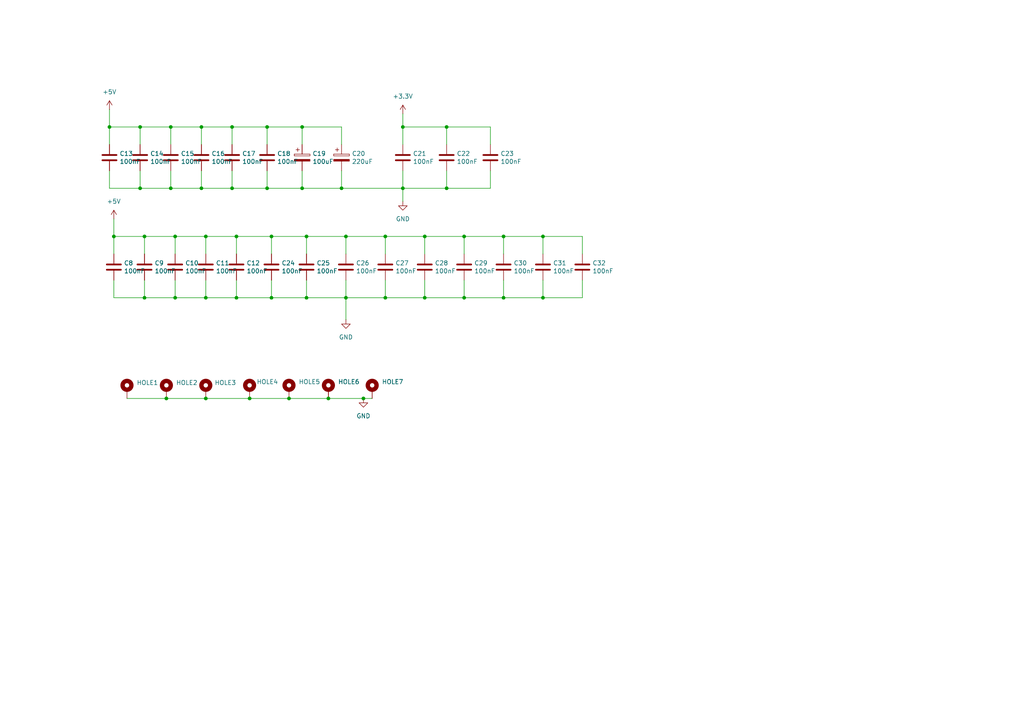
<source format=kicad_sch>
(kicad_sch (version 20250114) (generator "eeschema") (generator_version "9.0")
  (paper "A4")
  (lib_symbols
    (symbol "Device:C" (pin_numbers (hide yes)) (pin_names (offset 0.254))
      (property "Reference" "C" (at 0.635 2.54 0))
      (property "Value" "C" (at 0.635 -2.54 0))
      (symbol "C_0_1"
        (polyline (pts (xy -2.032 0.762) (xy 2.032 0.762)) (stroke (width 0.508)))
        (polyline (pts (xy -2.032 -0.762) (xy 2.032 -0.762)) (stroke (width 0.508)))
      )
      (symbol "C_1_1"
        (pin passive line (at 0 3.81 270) (length 2.794) (name "~") (number "1"))
        (pin passive line (at 0 -3.81 90) (length 2.794) (name "~") (number "2"))
      )
    )
    (symbol "Device:C_Polarized" (pin_numbers (hide yes)) (pin_names (offset 0.254))
      (property "Reference" "C" (at 0.635 2.54 0))
      (property "Value" "C_Polarized" (at 0.635 -2.54 0))
      (symbol "C_Polarized_0_1"
        (rectangle (start -2.286 0.508) (end 2.286 1.016))
        (polyline (pts (xy -1.778 2.286) (xy -0.762 2.286)))
        (polyline (pts (xy -1.27 2.794) (xy -1.27 1.778)))
        (rectangle (start 2.286 -0.508) (end -2.286 -1.016) (fill (type outline)))
      )
      (symbol "C_Polarized_1_1"
        (pin passive line (at 0 3.81 270) (length 2.794) (name "~") (number "1"))
        (pin passive line (at 0 -3.81 90) (length 2.794) (name "~") (number "2"))
      )
    )
    (symbol "Mechanical:MountingHole_Pad" (pin_numbers (hide yes)) (pin_names (offset 1.016) (hide yes)) (in_bom no)
      (property "Reference" "H" (at 0 6.35 0))
      (property "Value" "MountingHole_Pad" (at 0 4.445 0))
      (symbol "MountingHole_Pad_0_1"
        (circle (center 0 1.27) (radius 1.27) (stroke (width 1.27)))
      )
      (symbol "MountingHole_Pad_1_1"
        (pin input line (at 0 -2.54 90) (length 2.54) (name "1") (number "1"))
      )
    )
    (symbol "power:+3.3V" (power) (pin_numbers (hide yes)) (pin_names (offset 0) (hide yes))
      (property "Value" "+3.3V" (at 0 3.556 0))
      (symbol "+3.3V_0_1"
        (polyline (pts (xy -0.762 1.27) (xy 0 2.54)))
        (polyline (pts (xy 0 2.54) (xy 0.762 1.27)))
        (polyline (pts (xy 0 0) (xy 0 2.54)))
      )
      (symbol "+3.3V_1_1"
        (pin power_in line (at 0 0 90) (length 0) (name "~") (number "1"))
      )
    )
    (symbol "power:+5V" (power) (pin_numbers (hide yes)) (pin_names (offset 0) (hide yes))
      (property "Value" "+5V" (at 0 3.556 0))
      (symbol "+5V_0_1"
        (polyline (pts (xy -0.762 1.27) (xy 0 2.54)))
        (polyline (pts (xy 0 2.54) (xy 0.762 1.27)))
        (polyline (pts (xy 0 0) (xy 0 2.54)))
      )
      (symbol "+5V_1_1"
        (pin power_in line (at 0 0 90) (length 0) (name "~") (number "1"))
      )
    )
    (symbol "power:GND" (power) (pin_numbers (hide yes)) (pin_names (offset 0) (hide yes))
      (property "Value" "GND" (at 0 -3.81 0))
      (symbol "GND_0_1"
        (polyline (pts (xy 0 0) (xy 0 -1.27) (xy 1.27 -1.27) (xy 0 -2.54) (xy -1.27 -1.27) (xy 0 -1.27)))
      )
      (symbol "GND_1_1"
        (pin power_in line (at 0 0 270) (length 0) (name "~") (number "1"))
      )
    )
  )
  (junction (at 40.64 36.83))
  (junction (at 33.02 68.58))
  (junction (at 58.42 54.61))
  (junction (at 59.69 86.36))
  (junction (at 95.25 115.57))
  (junction (at 99.06 54.61))
  (junction (at 123.19 86.36))
  (junction (at 31.75 36.83))
  (junction (at 67.31 54.61))
  (junction (at 87.63 54.61))
  (junction (at 72.39 115.57))
  (junction (at 49.53 36.83))
  (junction (at 146.05 86.36))
  (junction (at 77.47 54.61))
  (junction (at 59.69 115.57))
  (junction (at 78.74 68.58))
  (junction (at 68.58 86.36))
  (junction (at 40.64 54.61))
  (junction (at 134.62 68.58))
  (junction (at 78.74 86.36))
  (junction (at 49.53 54.61))
  (junction (at 50.8 68.58))
  (junction (at 48.26 115.57))
  (junction (at 41.91 86.36))
  (junction (at 129.54 36.83))
  (junction (at 50.8 86.36))
  (junction (at 116.84 36.83))
  (junction (at 88.9 86.36))
  (junction (at 111.76 86.36))
  (junction (at 67.31 36.83))
  (junction (at 88.9 68.58))
  (junction (at 157.48 68.58))
  (junction (at 59.69 68.58))
  (junction (at 134.62 86.36))
  (junction (at 146.05 68.58))
  (junction (at 100.33 86.36))
  (junction (at 87.63 36.83))
  (junction (at 77.47 36.83))
  (junction (at 105.41 115.57))
  (junction (at 58.42 36.83))
  (junction (at 116.84 54.61))
  (junction (at 111.76 68.58))
  (junction (at 41.91 68.58))
  (junction (at 68.58 68.58))
  (junction (at 83.82 115.57))
  (junction (at 100.33 68.58))
  (junction (at 157.48 86.36))
  (junction (at 129.54 54.61))
  (junction (at 123.19 68.58))
  (wire (pts (xy 142.24 54.61) (xy 142.24 49.53)))
  (wire (pts (xy 87.63 36.83) (xy 99.06 36.83)))
  (wire (pts (xy 88.9 81.28) (xy 88.9 86.36)))
  (wire (pts (xy 31.75 54.61) (xy 40.64 54.61)))
  (wire (pts (xy 59.69 68.58) (xy 50.8 68.58)))
  (wire (pts (xy 129.54 41.91) (xy 129.54 36.83)))
  (wire (pts (xy 146.05 81.28) (xy 146.05 86.36)))
  (wire (pts (xy 67.31 54.61) (xy 77.47 54.61)))
  (wire (pts (xy 78.74 73.66) (xy 78.74 68.58)))
  (wire (pts (xy 31.75 36.83) (xy 31.75 31.75)))
  (wire (pts (xy 107.95 115.57) (xy 105.41 115.57)))
  (wire (pts (xy 116.84 54.61) (xy 116.84 58.42)))
  (wire (pts (xy 50.8 86.36) (xy 59.69 86.36)))
  (wire (pts (xy 40.64 49.53) (xy 40.64 54.61)))
  (wire (pts (xy 111.76 68.58) (xy 100.33 68.58)))
  (wire (pts (xy 87.63 49.53) (xy 87.63 54.61)))
  (wire (pts (xy 116.84 36.83) (xy 116.84 41.91)))
  (wire (pts (xy 67.31 49.53) (xy 67.31 54.61)))
  (wire (pts (xy 123.19 68.58) (xy 123.19 73.66)))
  (wire (pts (xy 142.24 41.91) (xy 142.24 36.83)))
  (wire (pts (xy 40.64 54.61) (xy 49.53 54.61)))
  (wire (pts (xy 67.31 36.83) (xy 77.47 36.83)))
  (wire (pts (xy 88.9 86.36) (xy 100.33 86.36)))
  (wire (pts (xy 111.76 86.36) (xy 100.33 86.36)))
  (wire (pts (xy 50.8 68.58) (xy 41.91 68.58)))
  (wire (pts (xy 77.47 41.91) (xy 77.47 36.83)))
  (wire (pts (xy 68.58 81.28) (xy 68.58 86.36)))
  (wire (pts (xy 83.82 115.57) (xy 95.25 115.57)))
  (wire (pts (xy 41.91 73.66) (xy 41.91 68.58)))
  (wire (pts (xy 100.33 86.36) (xy 100.33 92.71)))
  (wire (pts (xy 49.53 49.53) (xy 49.53 54.61)))
  (wire (pts (xy 58.42 54.61) (xy 67.31 54.61)))
  (wire (pts (xy 129.54 36.83) (xy 116.84 36.83)))
  (wire (pts (xy 68.58 68.58) (xy 78.74 68.58)))
  (wire (pts (xy 31.75 49.53) (xy 31.75 54.61)))
  (wire (pts (xy 33.02 68.58) (xy 33.02 73.66)))
  (wire (pts (xy 40.64 36.83) (xy 31.75 36.83)))
  (wire (pts (xy 134.62 81.28) (xy 134.62 86.36)))
  (wire (pts (xy 87.63 54.61) (xy 99.06 54.61)))
  (wire (pts (xy 59.69 81.28) (xy 59.69 86.36)))
  (wire (pts (xy 168.91 73.66) (xy 168.91 68.58)))
  (wire (pts (xy 157.48 81.28) (xy 157.48 86.36)))
  (wire (pts (xy 87.63 41.91) (xy 87.63 36.83)))
  (wire (pts (xy 142.24 36.83) (xy 129.54 36.83)))
  (wire (pts (xy 123.19 81.28) (xy 123.19 86.36)))
  (wire (pts (xy 157.48 68.58) (xy 157.48 73.66)))
  (wire (pts (xy 77.47 49.53) (xy 77.47 54.61)))
  (wire (pts (xy 168.91 81.28) (xy 168.91 86.36)))
  (wire (pts (xy 58.42 36.83) (xy 49.53 36.83)))
  (wire (pts (xy 99.06 49.53) (xy 99.06 54.61)))
  (wire (pts (xy 88.9 68.58) (xy 100.33 68.58)))
  (wire (pts (xy 49.53 41.91) (xy 49.53 36.83)))
  (wire (pts (xy 95.25 115.57) (xy 105.41 115.57)))
  (wire (pts (xy 78.74 81.28) (xy 78.74 86.36)))
  (wire (pts (xy 157.48 68.58) (xy 146.05 68.58)))
  (wire (pts (xy 59.69 86.36) (xy 68.58 86.36)))
  (wire (pts (xy 168.91 68.58) (xy 157.48 68.58)))
  (wire (pts (xy 111.76 81.28) (xy 111.76 86.36)))
  (wire (pts (xy 50.8 73.66) (xy 50.8 68.58)))
  (wire (pts (xy 134.62 86.36) (xy 123.19 86.36)))
  (wire (pts (xy 67.31 41.91) (xy 67.31 36.83)))
  (wire (pts (xy 146.05 86.36) (xy 134.62 86.36)))
  (wire (pts (xy 116.84 54.61) (xy 129.54 54.61)))
  (wire (pts (xy 59.69 73.66) (xy 59.69 68.58)))
  (wire (pts (xy 123.19 68.58) (xy 111.76 68.58)))
  (wire (pts (xy 41.91 68.58) (xy 33.02 68.58)))
  (wire (pts (xy 50.8 81.28) (xy 50.8 86.36)))
  (wire (pts (xy 48.26 115.57) (xy 59.69 115.57)))
  (wire (pts (xy 33.02 68.58) (xy 33.02 63.5)))
  (wire (pts (xy 68.58 86.36) (xy 78.74 86.36)))
  (wire (pts (xy 116.84 49.53) (xy 116.84 54.61)))
  (wire (pts (xy 100.33 81.28) (xy 100.33 86.36)))
  (wire (pts (xy 41.91 86.36) (xy 50.8 86.36)))
  (wire (pts (xy 111.76 68.58) (xy 111.76 73.66)))
  (wire (pts (xy 116.84 33.02) (xy 116.84 36.83)))
  (wire (pts (xy 146.05 68.58) (xy 146.05 73.66)))
  (wire (pts (xy 31.75 36.83) (xy 31.75 41.91)))
  (wire (pts (xy 116.84 54.61) (xy 99.06 54.61)))
  (wire (pts (xy 67.31 36.83) (xy 58.42 36.83)))
  (wire (pts (xy 33.02 86.36) (xy 41.91 86.36)))
  (wire (pts (xy 33.02 81.28) (xy 33.02 86.36)))
  (wire (pts (xy 134.62 68.58) (xy 134.62 73.66)))
  (wire (pts (xy 72.39 115.57) (xy 83.82 115.57)))
  (wire (pts (xy 59.69 115.57) (xy 72.39 115.57)))
  (wire (pts (xy 100.33 73.66) (xy 100.33 68.58)))
  (wire (pts (xy 123.19 86.36) (xy 111.76 86.36)))
  (wire (pts (xy 168.91 86.36) (xy 157.48 86.36)))
  (wire (pts (xy 146.05 68.58) (xy 134.62 68.58)))
  (wire (pts (xy 40.64 41.91) (xy 40.64 36.83)))
  (wire (pts (xy 88.9 73.66) (xy 88.9 68.58)))
  (wire (pts (xy 77.47 54.61) (xy 87.63 54.61)))
  (wire (pts (xy 78.74 86.36) (xy 88.9 86.36)))
  (wire (pts (xy 49.53 36.83) (xy 40.64 36.83)))
  (wire (pts (xy 129.54 54.61) (xy 142.24 54.61)))
  (wire (pts (xy 129.54 54.61) (xy 129.54 49.53)))
  (wire (pts (xy 78.74 68.58) (xy 88.9 68.58)))
  (wire (pts (xy 58.42 49.53) (xy 58.42 54.61)))
  (wire (pts (xy 41.91 81.28) (xy 41.91 86.36)))
  (wire (pts (xy 99.06 41.91) (xy 99.06 36.83)))
  (wire (pts (xy 157.48 86.36) (xy 146.05 86.36)))
  (wire (pts (xy 134.62 68.58) (xy 123.19 68.58)))
  (wire (pts (xy 49.53 54.61) (xy 58.42 54.61)))
  (wire (pts (xy 77.47 36.83) (xy 87.63 36.83)))
  (wire (pts (xy 68.58 68.58) (xy 59.69 68.58)))
  (wire (pts (xy 58.42 41.91) (xy 58.42 36.83)))
  (wire (pts (xy 36.83 115.57) (xy 48.26 115.57)))
  (wire (pts (xy 68.58 73.66) (xy 68.58 68.58)))
  (symbol (lib_id "Device:C") (at 142.24 45.72 0) (unit 1)
    (property "Reference" "C23" (at 145.161 44.5516 0) (effects (justify left)))
    (property "Value" "100nF" (at 145.161 46.863 0) (effects (justify left)))
    (property "Footprint" "Capacitor_THT:C_Rect_L4.0mm_W2.5mm_P2.50mm" (effects (hide yes)))
  )
  (symbol (lib_id "Device:C") (at 77.47 45.72 0) (unit 1)
    (property "Reference" "C18" (at 80.391 44.5516 0) (effects (justify left)))
    (property "Value" "100nF" (at 80.391 46.863 0) (effects (justify left)))
    (property "Footprint" "Capacitor_THT:C_Rect_L4.0mm_W2.5mm_P2.50mm" (effects (hide yes)))
  )
  (symbol (lib_id "Device:C") (at 40.64 45.72 0) (unit 1)
    (property "Reference" "C14" (at 43.561 44.5516 0) (effects (justify left)))
    (property "Value" "100nF" (at 43.561 46.863 0) (effects (justify left)))
    (property "Footprint" "Capacitor_THT:C_Rect_L4.0mm_W2.5mm_P2.50mm" (effects (hide yes)))
  )
  (symbol (lib_id "Device:C") (at 146.05 77.47 0) (unit 1)
    (property "Reference" "C30" (at 148.971 76.3016 0) (effects (justify left)))
    (property "Value" "100nF" (at 148.971 78.613 0) (effects (justify left)))
    (property "Footprint" "Capacitor_THT:C_Rect_L4.0mm_W2.5mm_P2.50mm" (effects (hide yes)))
  )
  (symbol (lib_id "Device:C") (at 111.76 77.47 0) (unit 1)
    (property "Reference" "C27" (at 114.681 76.3016 0) (effects (justify left)))
    (property "Value" "100nF" (at 114.681 78.613 0) (effects (justify left)))
    (property "Footprint" "Capacitor_THT:C_Rect_L4.0mm_W2.5mm_P2.50mm" (effects (hide yes)))
  )
  (symbol (lib_id "Device:C") (at 31.75 45.72 0) (unit 1)
    (property "Reference" "C13" (at 34.671 44.5516 0) (effects (justify left)))
    (property "Value" "100nF" (at 34.671 46.863 0) (effects (justify left)))
    (property "Footprint" "Capacitor_THT:C_Rect_L4.0mm_W2.5mm_P2.50mm" (effects (hide yes)))
  )
  (symbol (lib_id "Device:C") (at 129.54 45.72 0) (unit 1)
    (property "Reference" "C22" (at 132.461 44.5516 0) (effects (justify left)))
    (property "Value" "100nF" (at 132.461 46.863 0) (effects (justify left)))
    (property "Footprint" "Capacitor_THT:C_Rect_L4.0mm_W2.5mm_P2.50mm" (effects (hide yes)))
  )
  (symbol (lib_id "power:+5V") (at 33.02 63.5 0) (unit 1)
    (property "Reference" "#PWR0142" (effects (hide yes)))
    (property "Value" "+5V" (at 33.02 58.42 0))
    (property "Description" "Power symbol creates a global label with name \"+5V\"" (effects (hide yes)))
  )
  (symbol (lib_id "Device:C") (at 33.02 77.47 0) (unit 1)
    (property "Reference" "C8" (at 35.941 76.3016 0) (effects (justify left)))
    (property "Value" "100nF" (at 35.941 78.613 0) (effects (justify left)))
    (property "Footprint" "Capacitor_THT:C_Rect_L4.0mm_W2.5mm_P2.50mm" (effects (hide yes)))
  )
  (symbol (lib_id "Device:C") (at 168.91 77.47 0) (unit 1)
    (property "Reference" "C32" (at 171.831 76.3016 0) (effects (justify left)))
    (property "Value" "100nF" (at 171.831 78.613 0) (effects (justify left)))
    (property "Footprint" "Capacitor_THT:C_Rect_L4.0mm_W2.5mm_P2.50mm" (effects (hide yes)))
  )
  (symbol (lib_id "Device:C") (at 134.62 77.47 0) (unit 1)
    (property "Reference" "C29" (at 137.541 76.3016 0) (effects (justify left)))
    (property "Value" "100nF" (at 137.541 78.613 0) (effects (justify left)))
    (property "Footprint" "Capacitor_THT:C_Rect_L4.0mm_W2.5mm_P2.50mm" (effects (hide yes)))
  )
  (symbol (lib_id "Mechanical:MountingHole_Pad") (at 95.25 113.03 0) (unit 1)
    (property "Reference" "HOLE6" (at 98.044 110.744 0) (effects (justify left)))
    (property "Value" "HOLE" (effects (hide yes)))
    (property "Footprint" "My_Components:Hole_3mm" (effects (hide yes)))
  )
  (symbol (lib_id "Device:C") (at 116.84 45.72 0) (unit 1)
    (property "Reference" "C21" (at 119.761 44.5516 0) (effects (justify left)))
    (property "Value" "100nF" (at 119.761 46.863 0) (effects (justify left)))
    (property "Footprint" "Capacitor_THT:C_Rect_L4.0mm_W2.5mm_P2.50mm" (effects (hide yes)))
  )
  (symbol (lib_id "power:GND") (at 100.33 92.71 0) (unit 1)
    (property "Reference" "#PWR076" (effects (hide yes)))
    (property "Value" "GND" (at 100.33 97.79 0))
    (property "Description" "Power symbol creates a global label with name \"GND\" , ground" (effects (hide yes)))
  )
  (symbol (lib_id "power:+3.3V") (at 116.84 33.02 0) (unit 1)
    (property "Reference" "#PWR0144" (effects (hide yes)))
    (property "Value" "+3.3V" (at 116.84 27.94 0))
    (property "Description" "Power symbol creates a global label with name \"+3.3V\"" (effects (hide yes)))
  )
  (symbol (lib_id "Device:C") (at 59.69 77.47 0) (unit 1)
    (property "Reference" "C11" (at 62.611 76.3016 0) (effects (justify left)))
    (property "Value" "100nF" (at 62.611 78.613 0) (effects (justify left)))
    (property "Footprint" "Capacitor_THT:C_Rect_L4.0mm_W2.5mm_P2.50mm" (effects (hide yes)))
  )
  (symbol (lib_id "Device:C") (at 157.48 77.47 0) (unit 1)
    (property "Reference" "C31" (at 160.401 76.3016 0) (effects (justify left)))
    (property "Value" "100nF" (at 160.401 78.613 0) (effects (justify left)))
    (property "Footprint" "Capacitor_THT:C_Rect_L4.0mm_W2.5mm_P2.50mm" (effects (hide yes)))
  )
  (symbol (lib_id "Device:C") (at 123.19 77.47 0) (unit 1)
    (property "Reference" "C28" (at 126.111 76.3016 0) (effects (justify left)))
    (property "Value" "100nF" (at 126.111 78.613 0) (effects (justify left)))
    (property "Footprint" "Capacitor_THT:C_Rect_L4.0mm_W2.5mm_P2.50mm" (effects (hide yes)))
  )
  (symbol (lib_id "Device:C") (at 67.31 45.72 0) (unit 1)
    (property "Reference" "C17" (at 70.231 44.5516 0) (effects (justify left)))
    (property "Value" "100nF" (at 70.231 46.863 0) (effects (justify left)))
    (property "Footprint" "Capacitor_THT:C_Rect_L4.0mm_W2.5mm_P2.50mm" (effects (hide yes)))
  )
  (symbol (lib_id "power:GND") (at 105.41 115.57 0) (unit 1)
    (property "Reference" "#PWR034" (effects (hide yes)))
    (property "Value" "GND" (at 105.41 120.65 0))
    (property "Description" "Power symbol creates a global label with name \"GND\" , ground" (effects (hide yes)))
  )
  (symbol (lib_id "Mechanical:MountingHole_Pad") (at 48.26 113.03 0) (unit 1)
    (property "Reference" "HOLE2" (at 51.054 110.998 0) (effects (justify left)))
    (property "Value" "HOLE" (effects (hide yes)))
    (property "Footprint" "My_Components:Hole_3mm" (effects (hide yes)))
  )
  (symbol (lib_id "Mechanical:MountingHole_Pad") (at 72.39 113.03 0) (unit 1)
    (property "Reference" "HOLE4" (at 74.422 110.744 0) (effects (justify left)))
    (property "Value" "HOLE" (effects (hide yes)))
    (property "Footprint" "My_Components:Hole_3mm" (effects (hide yes)))
  )
  (symbol (lib_id "Device:C") (at 49.53 45.72 0) (unit 1)
    (property "Reference" "C15" (at 52.451 44.5516 0) (effects (justify left)))
    (property "Value" "100nF" (at 52.451 46.863 0) (effects (justify left)))
    (property "Footprint" "Capacitor_THT:C_Rect_L4.0mm_W2.5mm_P2.50mm" (effects (hide yes)))
  )
  (symbol (lib_id "Device:C_Polarized") (at 99.06 45.72 0) (unit 1)
    (property "Reference" "C20" (at 102.0572 44.5516 0) (effects (justify left)))
    (property "Value" "220uF" (at 102.0572 46.863 0) (effects (justify left)))
    (property "Footprint" "Capacitor_THT:CP_Radial_D6.3mm_P2.50mm" (effects (hide yes)))
  )
  (symbol (lib_id "Device:C") (at 78.74 77.47 0) (unit 1)
    (property "Reference" "C24" (at 81.661 76.3016 0) (effects (justify left)))
    (property "Value" "100nF" (at 81.661 78.613 0) (effects (justify left)))
    (property "Footprint" "Capacitor_THT:C_Rect_L4.0mm_W2.5mm_P2.50mm" (effects (hide yes)))
  )
  (symbol (lib_id "Mechanical:MountingHole_Pad") (at 107.95 113.03 0) (unit 1)
    (property "Reference" "HOLE7" (at 110.744 110.744 0) (effects (justify left)))
    (property "Value" "HOLE" (effects (hide yes)))
    (property "Footprint" "My_Components:Hole_3mm" (effects (hide yes)))
  )
  (symbol (lib_id "Device:C_Polarized") (at 87.63 45.72 0) (unit 1)
    (property "Reference" "C19" (at 90.6272 44.5516 0) (effects (justify left)))
    (property "Value" "100uF" (at 90.6272 46.863 0) (effects (justify left)))
    (property "Footprint" "Capacitor_THT:CP_Radial_D5.0mm_P2.50mm" (effects (hide yes)))
  )
  (symbol (lib_id "power:+5V") (at 31.75 31.75 0) (unit 1)
    (property "Reference" "#PWR0143" (effects (hide yes)))
    (property "Value" "+5V" (at 31.75 26.67 0))
    (property "Description" "Power symbol creates a global label with name \"+5V\"" (effects (hide yes)))
  )
  (symbol (lib_id "Mechanical:MountingHole_Pad") (at 36.83 113.03 0) (unit 1)
    (property "Reference" "HOLE1" (at 39.624 110.998 0) (effects (justify left)))
    (property "Value" "HOLE" (effects (hide yes)))
    (property "Footprint" "My_Components:Hole_3mm" (effects (hide yes)))
  )
  (symbol (lib_id "Device:C") (at 50.8 77.47 0) (unit 1)
    (property "Reference" "C10" (at 53.721 76.3016 0) (effects (justify left)))
    (property "Value" "100nF" (at 53.721 78.613 0) (effects (justify left)))
    (property "Footprint" "Capacitor_THT:C_Rect_L4.0mm_W2.5mm_P2.50mm" (effects (hide yes)))
  )
  (symbol (lib_id "Device:C") (at 100.33 77.47 0) (unit 1)
    (property "Reference" "C26" (at 103.251 76.3016 0) (effects (justify left)))
    (property "Value" "100nF" (at 103.251 78.613 0) (effects (justify left)))
    (property "Footprint" "Capacitor_THT:C_Rect_L4.0mm_W2.5mm_P2.50mm" (effects (hide yes)))
  )
  (symbol (lib_id "power:GND") (at 116.84 58.42 0) (unit 1)
    (property "Reference" "#PWR021" (effects (hide yes)))
    (property "Value" "GND" (at 116.84 63.5 0))
    (property "Description" "Power symbol creates a global label with name \"GND\" , ground" (effects (hide yes)))
  )
  (symbol (lib_id "Mechanical:MountingHole_Pad") (at 83.82 113.03 0) (unit 1)
    (property "Reference" "HOLE5" (at 86.614 110.744 0) (effects (justify left)))
    (property "Value" "HOLE" (effects (hide yes)))
    (property "Footprint" "My_Components:Hole_3mm" (effects (hide yes)))
  )
  (symbol (lib_id "Device:C") (at 41.91 77.47 0) (unit 1)
    (property "Reference" "C9" (at 44.831 76.3016 0) (effects (justify left)))
    (property "Value" "100nF" (at 44.831 78.613 0) (effects (justify left)))
    (property "Footprint" "Capacitor_THT:C_Rect_L4.0mm_W2.5mm_P2.50mm" (effects (hide yes)))
  )
  (symbol (lib_id "Device:C") (at 88.9 77.47 0) (unit 1)
    (property "Reference" "C25" (at 91.821 76.3016 0) (effects (justify left)))
    (property "Value" "100nF" (at 91.821 78.613 0) (effects (justify left)))
    (property "Footprint" "Capacitor_THT:C_Rect_L4.0mm_W2.5mm_P2.50mm" (effects (hide yes)))
  )
  (symbol (lib_id "Mechanical:MountingHole_Pad") (at 59.69 113.03 0) (unit 1)
    (property "Reference" "HOLE3" (at 62.23 110.998 0) (effects (justify left)))
    (property "Value" "HOLE" (effects (hide yes)))
    (property "Footprint" "My_Components:Hole_3mm" (effects (hide yes)))
  )
  (symbol (lib_id "Device:C") (at 68.58 77.47 0) (unit 1)
    (property "Reference" "C12" (at 71.501 76.3016 0) (effects (justify left)))
    (property "Value" "100nF" (at 71.501 78.613 0) (effects (justify left)))
    (property "Footprint" "Capacitor_THT:C_Rect_L4.0mm_W2.5mm_P2.50mm" (effects (hide yes)))
  )
  (symbol (lib_id "Device:C") (at 58.42 45.72 0) (unit 1)
    (property "Reference" "C16" (at 61.341 44.5516 0) (effects (justify left)))
    (property "Value" "100nF" (at 61.341 46.863 0) (effects (justify left)))
    (property "Footprint" "Capacitor_THT:C_Rect_L4.0mm_W2.5mm_P2.50mm" (effects (hide yes)))
  )
)
</source>
